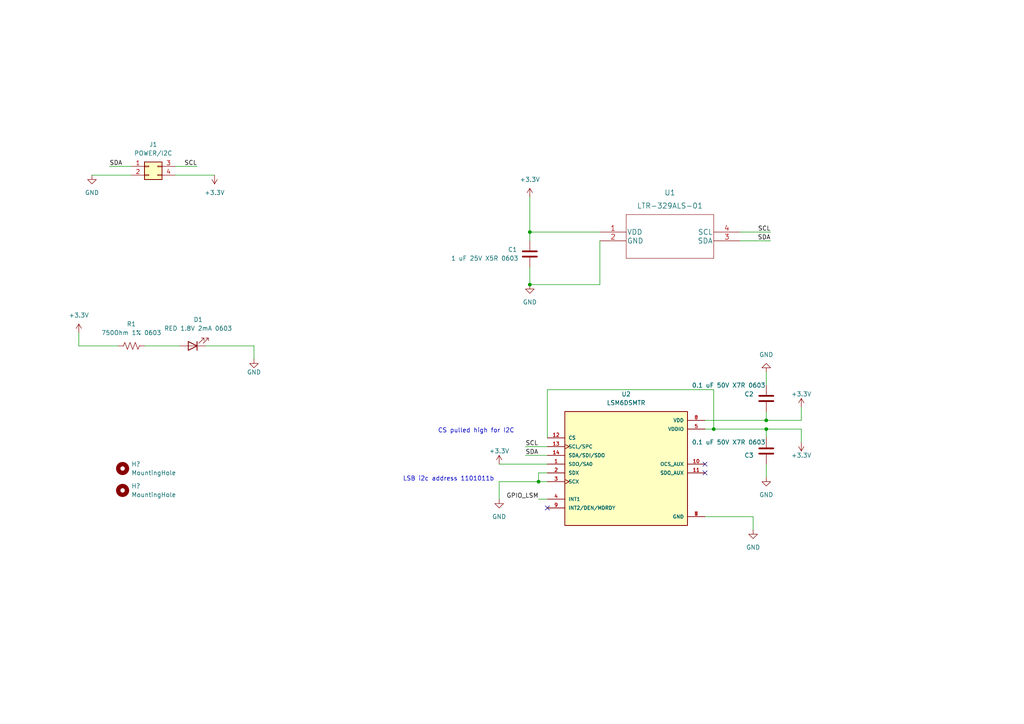
<source format=kicad_sch>
(kicad_sch (version 20211123) (generator eeschema)
  (paper "A4")
  (lib_symbols
    (symbol "Connector_Generic:Conn_02x02_Top_Bottom" (pin_names (offset 1.016) hide)
      (property "Reference" "J" (at 1.27 2.54 0))
      (property "Value" "Conn_02x02_Top_Bottom" (at 1.27 -5.08 0))
      (symbol "Conn_02x02_Top_Bottom_1_1"
        (rectangle (start -1.27 -2.413) (end 0 -2.667) (stroke (width 0.1524)))
        (rectangle (start -1.27 0.127) (end 0 -0.127) (stroke (width 0.1524)))
        (rectangle (start -1.27 1.27) (end 3.81 -3.81) (stroke (width 0.254)) (fill (type background)))
        (rectangle (start 3.81 -2.413) (end 2.54 -2.667) (stroke (width 0.1524)))
        (rectangle (start 3.81 0.127) (end 2.54 -0.127) (stroke (width 0.1524)))
        (pin passive line (at -5.08 0 0) (length 3.81) (name "Pin_1") (number "1"))
        (pin passive line (at -5.08 -2.54 0) (length 3.81) (name "Pin_2") (number "2"))
        (pin passive line (at 7.62 0 180) (length 3.81) (name "Pin_3") (number "3"))
        (pin passive line (at 7.62 -2.54 180) (length 3.81) (name "Pin_4") (number "4"))
      )
    )
    (symbol "Device:C" (pin_numbers hide) (pin_names (offset 0.254))
      (property "Reference" "C" (at 0.635 2.54 0))
      (property "Value" "C" (at 0.635 -2.54 0))
      (symbol "C_0_1"
        (polyline (pts (xy -2.032 -0.762) (xy 2.032 -0.762)) (stroke (width 0.508)))
        (polyline (pts (xy -2.032 0.762) (xy 2.032 0.762)) (stroke (width 0.508)))
      )
      (symbol "C_1_1"
        (pin passive line (at 0 3.81 270) (length 2.794) (name "~") (number "1"))
        (pin passive line (at 0 -3.81 90) (length 2.794) (name "~") (number "2"))
      )
    )
    (symbol "Device:LED" (pin_numbers hide) (pin_names (offset 1.016) hide)
      (property "Reference" "D" (at 0 2.54 0))
      (property "Value" "LED" (at 0 -2.54 0))
      (symbol "LED_0_1"
        (polyline (pts (xy -1.27 -1.27) (xy -1.27 1.27)) (stroke (width 0.254)))
        (polyline (pts (xy -1.27 0) (xy 1.27 0)))
        (polyline (pts (xy 1.27 -1.27) (xy 1.27 1.27) (xy -1.27 0) (xy 1.27 -1.27)) (stroke (width 0.254)))
        (polyline (pts (xy -3.048 -0.762) (xy -4.572 -2.286) (xy -3.81 -2.286) (xy -4.572 -2.286) (xy -4.572 -1.524)))
        (polyline (pts (xy -1.778 -0.762) (xy -3.302 -2.286) (xy -2.54 -2.286) (xy -3.302 -2.286) (xy -3.302 -1.524)))
      )
      (symbol "LED_1_1"
        (pin passive line (at -3.81 0 0) (length 2.54) (name "K") (number "1"))
        (pin passive line (at 3.81 0 180) (length 2.54) (name "A") (number "2"))
      )
    )
    (symbol "Device:R_US" (pin_numbers hide) (pin_names (offset 0))
      (property "Reference" "R" (at 2.54 0 90))
      (property "Value" "R_US" (at -2.54 0 90))
      (symbol "R_US_0_1"
        (polyline (pts (xy 0 -2.286) (xy 0 -2.54)))
        (polyline (pts (xy 0 2.286) (xy 0 2.54)))
        (polyline (pts (xy 0 -0.762) (xy 1.016 -1.143) (xy 0 -1.524) (xy -1.016 -1.905) (xy 0 -2.286)))
        (polyline (pts (xy 0 0.762) (xy 1.016 0.381) (xy 0 0) (xy -1.016 -0.381) (xy 0 -0.762)))
        (polyline (pts (xy 0 2.286) (xy 1.016 1.905) (xy 0 1.524) (xy -1.016 1.143) (xy 0 0.762)))
      )
      (symbol "R_US_1_1"
        (pin passive line (at 0 3.81 270) (length 1.27) (name "~") (number "1"))
        (pin passive line (at 0 -3.81 90) (length 1.27) (name "~") (number "2"))
      )
    )
    (symbol "LSM6DSMTR:LSM6DSMTR" (pin_names (offset 1.016))
      (property "Reference" "U" (at -17.78 16.51 0))
      (property "Value" "LSM6DSMTR" (at -17.78 -21.59 0))
      (symbol "LSM6DSMTR_0_0"
        (rectangle (start -17.78 -17.78) (end 17.78 15.24) (stroke (width 0.254)) (fill (type background)))
        (pin bidirectional line (at -22.86 0 0) (length 5.08) (name "SDO/SA0") (number "1"))
        (pin input line (at 22.86 0 180) (length 5.08) (name "OCS_AUX") (number "10"))
        (pin bidirectional line (at 22.86 -2.54 180) (length 5.08) (name "SDO_AUX") (number "11"))
        (pin input line (at -22.86 7.62 0) (length 5.08) (name "CS") (number "12"))
        (pin input clock (at -22.86 5.08 0) (length 5.08) (name "SCL/SPC") (number "13"))
        (pin bidirectional line (at -22.86 2.54 0) (length 5.08) (name "SDA/SDI/SDO") (number "14"))
        (pin bidirectional line (at -22.86 -2.54 0) (length 5.08) (name "SDX") (number "2"))
        (pin bidirectional clock (at -22.86 -5.08 0) (length 5.08) (name "SCX") (number "3"))
        (pin input line (at -22.86 -10.16 0) (length 5.08) (name "INT1") (number "4"))
        (pin power_in line (at 22.86 10.16 180) (length 5.08) (name "VDDIO") (number "5"))
        (pin power_in line (at 22.86 -15.24 180) (length 5.08) (name "GND") (number "6"))
        (pin power_in line (at 22.86 -15.24 180) (length 5.08) (name "GND") (number "7"))
        (pin power_in line (at 22.86 12.7 180) (length 5.08) (name "VDD") (number "8"))
        (pin input line (at -22.86 -12.7 0) (length 5.08) (name "INT2/DEN/MDRDY") (number "9"))
      )
    )
    (symbol "LTR-329-ALS:LTR-329ALS-01" (pin_names (offset 0.254))
      (property "Reference" "U" (at 20.32 10.16 0))
      (property "Value" "LTR-329ALS-01" (at 20.32 7.62 0))
      (symbol "LTR-329ALS-01_1_1"
        (polyline (pts (xy 7.62 -7.62) (xy 33.02 -7.62)) (stroke (width 0.127)))
        (polyline (pts (xy 7.62 5.08) (xy 7.62 -7.62)) (stroke (width 0.127)))
        (polyline (pts (xy 33.02 -7.62) (xy 33.02 5.08)) (stroke (width 0.127)))
        (polyline (pts (xy 33.02 5.08) (xy 7.62 5.08)) (stroke (width 0.127)))
        (pin power_in line (at 0 0 0) (length 7.62) (name "VDD") (number "1"))
        (pin power_in line (at 0 -2.54 0) (length 7.62) (name "GND") (number "2"))
        (pin bidirectional line (at 40.64 -2.54 180) (length 7.62) (name "SDA") (number "3"))
        (pin input line (at 40.64 0 180) (length 7.62) (name "SCL") (number "4"))
      )
    )
    (symbol "Mechanical:MountingHole" (pin_names (offset 1.016))
      (property "Reference" "H" (at 0 5.08 0))
      (property "Value" "MountingHole" (at 0 3.175 0))
      (symbol "MountingHole_0_1"
        (circle (center 0 0) (radius 1.27) (stroke (width 1.27)))
      )
    )
    (symbol "power:+3.3V" (power) (pin_names (offset 0))
      (property "Value" "+3.3V" (at 0 3.556 0))
      (symbol "+3.3V_0_1"
        (polyline (pts (xy -0.762 1.27) (xy 0 2.54)))
        (polyline (pts (xy 0 0) (xy 0 2.54)))
        (polyline (pts (xy 0 2.54) (xy 0.762 1.27)))
      )
      (symbol "+3.3V_1_1"
        (pin power_in line (at 0 0 90) (length 0) hide (name "+3.3V") (number "1"))
      )
    )
    (symbol "power:GND" (power) (pin_names (offset 0))
      (property "Value" "GND" (at 0 -3.81 0))
      (symbol "GND_0_1"
        (polyline (pts (xy 0 0) (xy 0 -1.27) (xy 1.27 -1.27) (xy 0 -2.54) (xy -1.27 -1.27) (xy 0 -1.27)))
      )
      (symbol "GND_1_1"
        (pin power_in line (at 0 0 270) (length 0) hide (name "GND") (number "1"))
      )
    )
  )
  (junction (at 207.01 124.46))
  (junction (at 153.67 67.31))
  (junction (at 153.67 82.55))
  (junction (at 222.25 124.46))
  (junction (at 156.21 139.7))
  (junction (at 222.25 121.92))
  (no_connect (at 158.75 147.32))
  (no_connect (at 204.47 137.16))
  (no_connect (at 204.47 134.62))
  (wire (pts (xy 214.63 67.31) (xy 223.52 67.31)))
  (wire (pts (xy 26.67 50.8) (xy 38.1 50.8)))
  (wire (pts (xy 153.67 57.15) (xy 153.67 67.31)))
  (wire (pts (xy 218.44 149.86) (xy 218.44 153.67)))
  (wire (pts (xy 62.23 50.8) (xy 50.8 50.8)))
  (wire (pts (xy 222.25 124.46) (xy 232.41 124.46)))
  (wire (pts (xy 158.75 139.7) (xy 156.21 139.7)))
  (wire (pts (xy 222.25 111.76) (xy 222.25 107.95)))
  (wire (pts (xy 158.75 137.16) (xy 156.21 137.16)))
  (wire (pts (xy 22.86 100.33) (xy 34.29 100.33)))
  (wire (pts (xy 204.47 121.92) (xy 222.25 121.92)))
  (wire (pts (xy 173.99 69.85) (xy 173.99 82.55)))
  (wire (pts (xy 156.21 139.7) (xy 144.78 139.7)))
  (wire (pts (xy 214.63 69.85) (xy 223.52 69.85)))
  (wire (pts (xy 204.47 124.46) (xy 207.01 124.46)))
  (wire (pts (xy 38.1 48.26) (xy 31.75 48.26)))
  (wire (pts (xy 222.25 121.92) (xy 232.41 121.92)))
  (wire (pts (xy 153.67 77.47) (xy 153.67 82.55)))
  (wire (pts (xy 156.21 144.78) (xy 158.75 144.78)))
  (wire (pts (xy 50.8 48.26) (xy 57.15 48.26)))
  (wire (pts (xy 158.75 129.54) (xy 152.4 129.54)))
  (wire (pts (xy 153.67 67.31) (xy 173.99 67.31)))
  (wire (pts (xy 222.25 119.38) (xy 222.25 121.92)))
  (wire (pts (xy 207.01 113.03) (xy 207.01 124.46)))
  (wire (pts (xy 22.86 96.52) (xy 22.86 100.33)))
  (wire (pts (xy 41.91 100.33) (xy 52.07 100.33)))
  (wire (pts (xy 232.41 118.11) (xy 232.41 121.92)))
  (wire (pts (xy 153.67 67.31) (xy 153.67 69.85)))
  (wire (pts (xy 156.21 137.16) (xy 156.21 139.7)))
  (wire (pts (xy 232.41 128.27) (xy 232.41 124.46)))
  (wire (pts (xy 158.75 127) (xy 158.75 113.03)))
  (wire (pts (xy 158.75 132.08) (xy 152.4 132.08)))
  (wire (pts (xy 222.25 127) (xy 222.25 124.46)))
  (wire (pts (xy 144.78 139.7) (xy 144.78 144.78)))
  (wire (pts (xy 73.66 100.33) (xy 73.66 104.14)))
  (wire (pts (xy 59.69 100.33) (xy 73.66 100.33)))
  (wire (pts (xy 144.78 134.62) (xy 158.75 134.62)))
  (wire (pts (xy 158.75 113.03) (xy 207.01 113.03)))
  (wire (pts (xy 222.25 134.62) (xy 222.25 138.43)))
  (wire (pts (xy 204.47 149.86) (xy 218.44 149.86)))
  (wire (pts (xy 207.01 124.46) (xy 222.25 124.46)))
  (wire (pts (xy 153.67 82.55) (xy 173.99 82.55)))
  (text "LSB i2c address 1101011b" (at 116.84 139.7 0) (effects (font (size 1.27 1.27)) (justify left bottom)))
  (text "CS pulled high for I2C" (at 127 125.73 0) (effects (font (size 1.27 1.27)) (justify left bottom)))
  (label "GPIO_LSM" (at 156.21 144.78 180))
  (label "SCL" (at 57.15 48.26 180))
  (label "SCL" (at 223.52 67.31 180))
  (label "SDA" (at 31.75 48.26 0))
  (label "SCL" (at 152.4 129.54 0))
  (label "SDA" (at 152.4 132.08 0))
  (label "SDA" (at 223.52 69.85 180))
  (symbol (lib_id "Device:R_US") (at 38.1 100.33 270) (unit 1)
    (property "Reference" "R1" (at 38.1 93.98 90))
    (property "Value" "750Ohm 1% 0603" (at 38.1 96.52 90))
    (property "Footprint" "Resistor_SMD:R_0603_1608Metric" (effects hide))
    (property "Manufacturer" "YAGEO" (effects hide))
    (property "Manufacturer Part Number" "RC0603FR-07750RL" (effects hide))
    (property "Vendor" "Digikey" (effects hide))
    (property "Vendor Part Number" "311-750HRCT-ND" (effects hide))
  )
  (symbol (lib_id "LTR-329-ALS:LTR-329ALS-01") (at 173.99 67.31 0) (unit 1)
    (property "Reference" "U1" (at 194.31 55.88 0) (effects (font (size 1.524 1.524))))
    (property "Value" "LTR-329ALS-01" (at 194.31 59.69 0) (effects (font (size 1.524 1.524))))
    (property "Footprint" "Customs Smoker:LTR-329ALS-01" (effects hide))
    (property "Manufacturer" "Lite-On Inc." (effects hide))
    (property "Manufacturer Part Number" "LTR-329ALS-01" (effects hide))
    (property "Vendor" "Digikey" (effects hide))
    (property "Vendor Part Number" "160-2160-1-ND" (effects hide))
  )
  (symbol (lib_id "Device:LED") (at 55.88 100.33 180) (unit 1)
    (property "Reference" "D1" (at 57.4675 92.71 0))
    (property "Value" "RED 1.8V 2mA 0603" (at 57.4675 95.25 0))
    (property "Footprint" "LED_SMD:LED_0603_1608Metric" (effects hide))
    (property "Manufacturer" "Rohm Semiconductor" (effects hide))
    (property "Manufacturer Part Number" "CSL1901UW1" (effects hide))
    (property "Vendor" "Digikey" (effects hide))
    (property "Vendor Part Number" "846-CSL1901UW1CT-ND" (effects hide))
  )
  (symbol (lib_id "power:GND") (at 26.67 50.8 0) (unit 1)
    (property "Reference" "#PWR01" (effects hide))
    (property "Value" "GND" (at 26.67 55.88 0))
  )
  (symbol (lib_id "power:+3.3V") (at 232.41 128.27 180) (unit 1)
    (property "Reference" "#PWR09" (effects hide))
    (property "Value" "+3.3V" (at 232.41 132.08 0))
  )
  (symbol (lib_id "power:GND") (at 73.66 104.14 0) (unit 1)
    (property "Reference" "#PWR06" (effects hide))
    (property "Value" "GND" (at 73.66 107.95 0))
  )
  (symbol (lib_id "power:+3.3V") (at 22.86 96.52 0) (unit 1)
    (property "Reference" "#PWR05" (effects hide))
    (property "Value" "+3.3V" (at 22.86 91.44 0))
  )
  (symbol (lib_id "Mechanical:MountingHole") (at 35.56 135.89 0) (unit 1)
    (property "Reference" "H?" (at 38.1 134.6199 0) (effects (justify left)))
    (property "Value" "MountingHole" (at 38.1 137.1599 0) (effects (justify left)))
    (property "Footprint" "MountingHole:MountingHole_3.2mm_M3_DIN965_Pad" (effects hide))
  )
  (symbol (lib_id "Connector_Generic:Conn_02x02_Top_Bottom") (at 43.18 48.26 0) (unit 1)
    (property "Reference" "J1" (at 44.45 41.91 0))
    (property "Value" "POWER/I2C" (at 44.45 44.45 0))
    (property "Footprint" "Connector_Molex:Molex_Micro-Fit_3.0_43045-0400_2x02_P3.00mm_Horizontal" (effects hide))
    (property "Manufacturer" "Molex" (effects hide))
    (property "Manufacturer Part Number" "0430450400" (effects hide))
    (property "Vendor" "Digikey" (effects hide))
    (property "Vendor Part Number" "WM1814-ND" (effects hide))
  )
  (symbol (lib_id "power:GND") (at 222.25 107.95 180) (unit 1)
    (property "Reference" "#PWR07" (effects hide))
    (property "Value" "GND" (at 222.25 102.87 0))
  )
  (symbol (lib_id "power:GND") (at 144.78 144.78 0) (mirror y) (unit 1)
    (property "Reference" "#PWR012" (effects hide))
    (property "Value" "GND" (at 144.78 149.86 0))
  )
  (symbol (lib_id "power:+3.3V") (at 62.23 50.8 180) (unit 1)
    (property "Reference" "#PWR02" (effects hide))
    (property "Value" "+3.3V" (at 62.23 55.88 0))
  )
  (symbol (lib_id "power:+3.3V") (at 144.78 134.62 0) (mirror y) (unit 1)
    (property "Reference" "#PWR010" (effects hide))
    (property "Value" "+3.3V" (at 144.78 130.81 0))
  )
  (symbol (lib_id "LSM6DSMTR:LSM6DSMTR") (at 181.61 134.62 0) (unit 1)
    (property "Reference" "U2" (at 181.61 114.3 0))
    (property "Value" "LSM6DSMTR" (at 181.61 116.84 0))
    (property "Footprint" "Customs Smoker:PQFN50P300X250X86-14N" (effects hide))
    (property "PARTREV" "Rev 7" (effects hide))
    (property "MANUFACTURER" "STMicroelectronics" (effects hide))
    (property "MAXIMUM_PACKAGE_HEIGHT" "0.86 mm" (effects hide))
    (property "STANDARD" "IPC 7351B" (effects hide))
    (property "Manufacturer" "STMicroelectronics" (effects hide))
    (property "Manufacturer Part Number" "497-16696-1-ND" (effects hide))
    (property "Vendor" "Digikey" (effects hide))
    (property "Vendor Part Number" "497-16696-1-ND" (effects hide))
  )
  (symbol (lib_id "power:+3.3V") (at 153.67 57.15 0) (unit 1)
    (property "Reference" "#PWR03" (effects hide))
    (property "Value" "+3.3V" (at 153.67 52.07 0))
  )
  (symbol (lib_id "Device:C") (at 153.67 73.66 0) (unit 1)
    (property "Reference" "C1" (at 147.32 72.39 0) (effects (justify left)))
    (property "Value" "1 uF 25V X5R 0603" (at 130.81 74.93 0) (effects (justify left)))
    (property "Footprint" "Capacitor_SMD:C_0603_1608Metric" (effects hide))
    (property "Manufacturer" "Samsung Electro-Mechanics" (effects hide))
    (property "Manufacturer Part Number" "CL10A105KA8NNNC" (effects hide))
    (property "Vendor" "Digikey" (effects hide))
    (property "Vendor Part Number" "1276-1102-1-ND" (effects hide))
  )
  (symbol (lib_id "power:GND") (at 153.67 82.55 0) (unit 1)
    (property "Reference" "#PWR04" (effects hide))
    (property "Value" "GND" (at 153.67 87.63 0))
  )
  (symbol (lib_id "Device:C") (at 222.25 115.57 0) (unit 1)
    (property "Reference" "C2" (at 215.9 114.3 0) (effects (justify left)))
    (property "Value" "0.1 uF 50V X7R 0603" (at 200.66 111.76 0) (effects (justify left)))
    (property "Footprint" "Capacitor_SMD:C_0603_1608Metric" (effects hide))
    (property "Manufacturer" "Samsung Electro-Mechanics" (effects hide))
    (property "Manufacturer Part Number" "CL10B104KB8NNWC" (effects hide))
    (property "Vendor" "Digikey" (effects hide))
    (property "Vendor Part Number" "1276-1935-1-ND" (effects hide))
  )
  (symbol (lib_id "Device:C") (at 222.25 130.81 0) (mirror x) (unit 1)
    (property "Reference" "C3" (at 215.9 132.08 0) (effects (justify left)))
    (property "Value" "0.1 uF 50V X7R 0603" (at 200.66 128.27 0) (effects (justify left)))
    (property "Footprint" "Capacitor_SMD:C_0603_1608Metric" (effects hide))
    (property "Manufacturer" "Samsung Electro-Mechanics" (effects hide))
    (property "Manufacturer Part Number" "CL10B104KB8NNWC" (effects hide))
    (property "Vendor" "Digikey" (effects hide))
    (property "Vendor Part Number" "1276-1935-1-ND" (effects hide))
  )
  (symbol (lib_id "power:GND") (at 218.44 153.67 0) (unit 1)
    (property "Reference" "#PWR013" (effects hide))
    (property "Value" "GND" (at 218.44 158.75 0))
  )
  (symbol (lib_id "power:GND") (at 222.25 138.43 0) (mirror y) (unit 1)
    (property "Reference" "#PWR011" (effects hide))
    (property "Value" "GND" (at 222.25 143.51 0))
  )
  (symbol (lib_id "power:+3.3V") (at 232.41 118.11 0) (mirror y) (unit 1)
    (property "Reference" "#PWR08" (effects hide))
    (property "Value" "+3.3V" (at 232.41 114.3 0))
  )
  (symbol (lib_id "Mechanical:MountingHole") (at 35.56 142.24 0) (unit 1)
    (property "Reference" "H?" (at 38.1 140.9699 0) (effects (justify left)))
    (property "Value" "MountingHole" (at 38.1 143.5099 0) (effects (justify left)))
    (property "Footprint" "MountingHole:MountingHole_3.2mm_M3_DIN965_Pad" (effects hide))
  )
)
</source>
